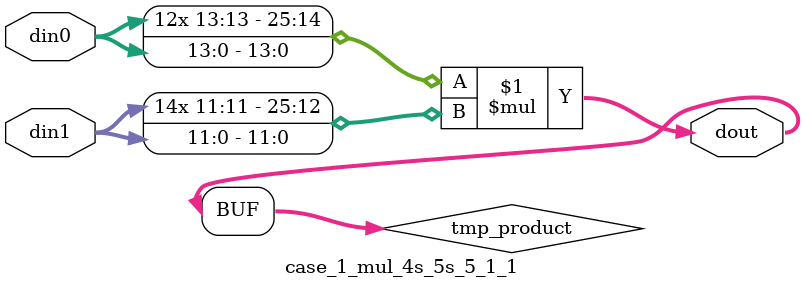
<source format=v>

`timescale 1 ns / 1 ps

 module case_1_mul_4s_5s_5_1_1(din0, din1, dout);
parameter ID = 1;
parameter NUM_STAGE = 0;
parameter din0_WIDTH = 14;
parameter din1_WIDTH = 12;
parameter dout_WIDTH = 26;

input [din0_WIDTH - 1 : 0] din0; 
input [din1_WIDTH - 1 : 0] din1; 
output [dout_WIDTH - 1 : 0] dout;

wire signed [dout_WIDTH - 1 : 0] tmp_product;



























assign tmp_product = $signed(din0) * $signed(din1);








assign dout = tmp_product;





















endmodule

</source>
